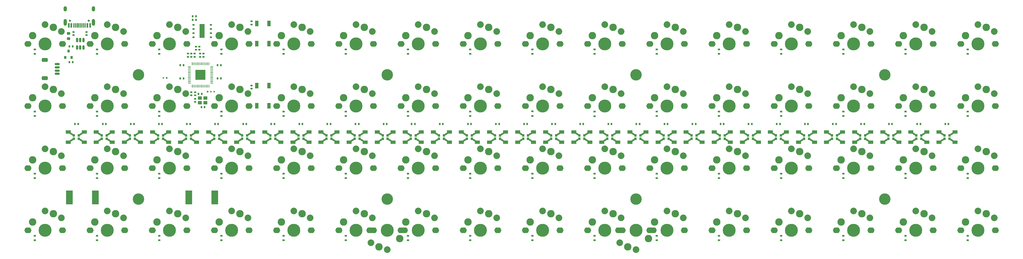
<source format=gbr>
%TF.GenerationSoftware,KiCad,Pcbnew,(6.0.0)*%
%TF.CreationDate,2022-05-21T11:05:54-04:00*%
%TF.ProjectId,HardLight,48617264-4c69-4676-9874-2e6b69636164,Mark 2 Rev F*%
%TF.SameCoordinates,Original*%
%TF.FileFunction,Soldermask,Bot*%
%TF.FilePolarity,Negative*%
%FSLAX46Y46*%
G04 Gerber Fmt 4.6, Leading zero omitted, Abs format (unit mm)*
G04 Created by KiCad (PCBNEW (6.0.0)) date 2022-05-21 11:05:54*
%MOMM*%
%LPD*%
G01*
G04 APERTURE LIST*
G04 Aperture macros list*
%AMRoundRect*
0 Rectangle with rounded corners*
0 $1 Rounding radius*
0 $2 $3 $4 $5 $6 $7 $8 $9 X,Y pos of 4 corners*
0 Add a 4 corners polygon primitive as box body*
4,1,4,$2,$3,$4,$5,$6,$7,$8,$9,$2,$3,0*
0 Add four circle primitives for the rounded corners*
1,1,$1+$1,$2,$3*
1,1,$1+$1,$4,$5*
1,1,$1+$1,$6,$7*
1,1,$1+$1,$8,$9*
0 Add four rect primitives between the rounded corners*
20,1,$1+$1,$2,$3,$4,$5,0*
20,1,$1+$1,$4,$5,$6,$7,0*
20,1,$1+$1,$6,$7,$8,$9,0*
20,1,$1+$1,$8,$9,$2,$3,0*%
%AMFreePoly0*
4,1,11,2.050000,0.700000,1.609078,0.700000,0.750000,0.169394,0.750000,-0.500000,-0.750000,-0.500000,-0.750000,0.500000,0.333781,0.500000,1.350000,1.127665,1.350000,1.400000,2.050000,1.400000,2.050000,0.700000,2.050000,0.700000,$1*%
%AMFreePoly1*
4,1,11,0.750000,-0.169394,1.609078,-0.700000,2.050000,-0.700000,2.050000,-1.400000,1.350000,-1.400000,1.350000,-1.127665,0.333781,-0.500000,-0.750000,-0.500000,-0.750000,0.500000,0.750000,0.500000,0.750000,-0.169394,0.750000,-0.169394,$1*%
%AMFreePoly2*
4,1,11,0.750000,-0.500000,-0.333780,-0.500000,-1.350000,-1.127665,-1.350000,-1.400000,-2.050000,-1.400000,-2.050000,-0.700000,-1.609076,-0.700000,-0.750000,-0.169394,-0.750000,0.500000,0.750000,0.500000,0.750000,-0.500000,0.750000,-0.500000,$1*%
%AMFreePoly3*
4,1,11,-1.350000,1.127665,-0.333780,0.500000,0.750000,0.500000,0.750000,-0.500000,-0.750000,-0.500000,-0.750000,0.169394,-1.609076,0.700000,-2.050000,0.700000,-2.050000,1.400000,-1.350000,1.400000,-1.350000,1.127665,-1.350000,1.127665,$1*%
G04 Aperture macros list end*
%ADD10C,3.987800*%
%ADD11O,2.150000X1.750000*%
%ADD12C,2.032000*%
%ADD13C,2.286000*%
%ADD14C,3.500000*%
%ADD15RoundRect,0.147500X0.172500X-0.147500X0.172500X0.147500X-0.172500X0.147500X-0.172500X-0.147500X0*%
%ADD16RoundRect,0.147500X-0.172500X0.147500X-0.172500X-0.147500X0.172500X-0.147500X0.172500X0.147500X0*%
%ADD17RoundRect,0.147500X-0.147500X-0.172500X0.147500X-0.172500X0.147500X0.172500X-0.147500X0.172500X0*%
%ADD18RoundRect,0.050000X0.387500X0.050000X-0.387500X0.050000X-0.387500X-0.050000X0.387500X-0.050000X0*%
%ADD19RoundRect,0.050000X0.050000X0.387500X-0.050000X0.387500X-0.050000X-0.387500X0.050000X-0.387500X0*%
%ADD20R,3.050000X3.050000*%
%ADD21R,0.700000X0.600000*%
%ADD22RoundRect,0.218750X-0.256250X0.218750X-0.256250X-0.218750X0.256250X-0.218750X0.256250X0.218750X0*%
%ADD23R,0.800000X0.900000*%
%ADD24RoundRect,0.147500X0.147500X0.172500X-0.147500X0.172500X-0.147500X-0.172500X0.147500X-0.172500X0*%
%ADD25C,0.650000*%
%ADD26R,0.600000X1.450000*%
%ADD27R,0.300000X1.450000*%
%ADD28O,1.000000X1.600000*%
%ADD29O,1.000000X2.100000*%
%ADD30FreePoly0,180.000000*%
%ADD31FreePoly1,180.000000*%
%ADD32FreePoly2,180.000000*%
%ADD33FreePoly3,180.000000*%
%ADD34R,2.000000X4.200000*%
%ADD35RoundRect,0.150000X0.625000X-0.150000X0.625000X0.150000X-0.625000X0.150000X-0.625000X-0.150000X0*%
%ADD36RoundRect,0.250000X0.650000X-0.350000X0.650000X0.350000X-0.650000X0.350000X-0.650000X-0.350000X0*%
%ADD37RoundRect,0.125000X0.250000X0.125000X-0.250000X0.125000X-0.250000X-0.125000X0.250000X-0.125000X0*%
%ADD38R,1.587400X4.300000*%
%ADD39R,1.100000X1.800000*%
%ADD40R,1.150000X1.000000*%
%ADD41RoundRect,0.150000X0.150000X-0.512500X0.150000X0.512500X-0.150000X0.512500X-0.150000X-0.512500X0*%
%ADD42RoundRect,0.125000X-0.125000X0.125000X-0.125000X-0.125000X0.125000X-0.125000X0.125000X0.125000X0*%
%ADD43C,0.500000*%
%ADD44RoundRect,0.125000X0.125000X-0.125000X0.125000X0.125000X-0.125000X0.125000X-0.125000X-0.125000X0*%
G04 APERTURE END LIST*
D10*
%TO.C,K2*%
X57943750Y-80962500D03*
D11*
X63226950Y-80962500D03*
X52660550Y-80962500D03*
D12*
X62943750Y-77162500D03*
D13*
X60483750Y-75882500D03*
D12*
X57943750Y-75062500D03*
D13*
X54133750Y-78422500D03*
%TD*%
D11*
%TO.C,K3*%
X71710550Y-80949800D03*
D10*
X76993750Y-80949800D03*
D11*
X82276950Y-80949800D03*
D12*
X81993750Y-77149800D03*
D13*
X79533750Y-75869800D03*
D12*
X76993750Y-75049800D03*
D13*
X73183750Y-78409800D03*
%TD*%
D10*
%TO.C,K6*%
X134143750Y-80962500D03*
D11*
X128860550Y-80962500D03*
X139426950Y-80962500D03*
D13*
X136683750Y-75882500D03*
D12*
X139143750Y-77162500D03*
X134143750Y-75062500D03*
D13*
X130333750Y-78422500D03*
%TD*%
D11*
%TO.C,K7*%
X158476950Y-80962500D03*
X147910550Y-80962500D03*
D10*
X153193750Y-80962500D03*
D12*
X158193750Y-77162500D03*
D13*
X155733750Y-75882500D03*
X149383750Y-78422500D03*
D12*
X153193750Y-75062500D03*
%TD*%
D11*
%TO.C,K8*%
X177526950Y-80962500D03*
D10*
X172243750Y-80962500D03*
D11*
X166960550Y-80962500D03*
D13*
X174783750Y-75882500D03*
D12*
X177243750Y-77162500D03*
D13*
X168433750Y-78422500D03*
D12*
X172243750Y-75062500D03*
%TD*%
D11*
%TO.C,K9*%
X186010550Y-80962500D03*
D10*
X191293750Y-80962500D03*
D11*
X196576950Y-80962500D03*
D12*
X196293750Y-77162500D03*
D13*
X193833750Y-75882500D03*
X187483750Y-78422500D03*
D12*
X191293750Y-75062500D03*
%TD*%
D11*
%TO.C,K10*%
X205060550Y-80962500D03*
X215626950Y-80962500D03*
D10*
X210343750Y-80962500D03*
D13*
X212883750Y-75882500D03*
D12*
X215343750Y-77162500D03*
D13*
X206533750Y-78422500D03*
D12*
X210343750Y-75062500D03*
%TD*%
D11*
%TO.C,K11*%
X234676950Y-80962500D03*
X224110550Y-80962500D03*
D10*
X229393750Y-80962500D03*
D12*
X234393750Y-77162500D03*
D13*
X231933750Y-75882500D03*
X225583750Y-78422500D03*
D12*
X229393750Y-75062500D03*
%TD*%
D10*
%TO.C,K12*%
X248443750Y-80962500D03*
D11*
X243160550Y-80962500D03*
X253726950Y-80962500D03*
D12*
X253443750Y-77162500D03*
D13*
X250983750Y-75882500D03*
X244633750Y-78422500D03*
D12*
X248443750Y-75062500D03*
%TD*%
D11*
%TO.C,K13*%
X272776950Y-80962500D03*
X262210550Y-80962500D03*
D10*
X267493750Y-80962500D03*
D12*
X272493750Y-77162500D03*
D13*
X270033750Y-75882500D03*
D12*
X267493750Y-75062500D03*
D13*
X263683750Y-78422500D03*
%TD*%
D11*
%TO.C,K14*%
X291826950Y-80962500D03*
D10*
X286543750Y-80962500D03*
D11*
X281260550Y-80962500D03*
D13*
X289083750Y-75882500D03*
D12*
X291543750Y-77162500D03*
D13*
X282733750Y-78422500D03*
D12*
X286543750Y-75062500D03*
%TD*%
D11*
%TO.C,K15*%
X300310550Y-80962500D03*
X310876950Y-80962500D03*
D10*
X305593750Y-80962500D03*
D12*
X310593750Y-77162500D03*
D13*
X308133750Y-75882500D03*
X301783750Y-78422500D03*
D12*
X305593750Y-75062500D03*
%TD*%
D11*
%TO.C,K16*%
X319360550Y-80962500D03*
X329926950Y-80962500D03*
D10*
X324643750Y-80962500D03*
D12*
X329643750Y-77162500D03*
D13*
X327183750Y-75882500D03*
D12*
X324643750Y-75062500D03*
D13*
X320833750Y-78422500D03*
%TD*%
D11*
%TO.C,K17*%
X44176950Y-100012500D03*
X33610550Y-100012500D03*
D10*
X38893750Y-100012500D03*
D13*
X41433750Y-94932500D03*
D12*
X43893750Y-96212500D03*
D13*
X35083750Y-97472500D03*
D12*
X38893750Y-94112500D03*
%TD*%
D11*
%TO.C,K18*%
X63226950Y-100012500D03*
D10*
X57943750Y-100012500D03*
D11*
X52660550Y-100012500D03*
D13*
X60483750Y-94932500D03*
D12*
X62943750Y-96212500D03*
D13*
X54133750Y-97472500D03*
D12*
X57943750Y-94112500D03*
%TD*%
D10*
%TO.C,K19*%
X76993750Y-100012500D03*
D11*
X71710550Y-100012500D03*
X82276950Y-100012500D03*
D13*
X79533750Y-94932500D03*
D12*
X81993750Y-96212500D03*
X76993750Y-94112500D03*
D13*
X73183750Y-97472500D03*
%TD*%
D11*
%TO.C,K22*%
X128860550Y-100012500D03*
X139426950Y-100012500D03*
D10*
X134143750Y-100012500D03*
D13*
X136683750Y-94932500D03*
D12*
X139143750Y-96212500D03*
X134143750Y-94112500D03*
D13*
X130333750Y-97472500D03*
%TD*%
D11*
%TO.C,K23*%
X147910550Y-100012500D03*
X158476950Y-100012500D03*
D10*
X153193750Y-100012500D03*
D12*
X158193750Y-96212500D03*
D13*
X155733750Y-94932500D03*
D12*
X153193750Y-94112500D03*
D13*
X149383750Y-97472500D03*
%TD*%
D11*
%TO.C,K24*%
X177526950Y-100012500D03*
X166960550Y-100012500D03*
D10*
X172243750Y-100012500D03*
D13*
X174783750Y-94932500D03*
D12*
X177243750Y-96212500D03*
X172243750Y-94112500D03*
D13*
X168433750Y-97472500D03*
%TD*%
D10*
%TO.C,K25*%
X191293750Y-100012500D03*
D11*
X186010550Y-100012500D03*
X196576950Y-100012500D03*
D12*
X196293750Y-96212500D03*
D13*
X193833750Y-94932500D03*
X187483750Y-97472500D03*
D12*
X191293750Y-94112500D03*
%TD*%
D11*
%TO.C,K26*%
X215626950Y-100012500D03*
D10*
X210343750Y-100012500D03*
D11*
X205060550Y-100012500D03*
D13*
X212883750Y-94932500D03*
D12*
X215343750Y-96212500D03*
X210343750Y-94112500D03*
D13*
X206533750Y-97472500D03*
%TD*%
D10*
%TO.C,K27*%
X229393750Y-100012500D03*
D11*
X234676950Y-100012500D03*
X224110550Y-100012500D03*
D12*
X234393750Y-96212500D03*
D13*
X231933750Y-94932500D03*
D12*
X229393750Y-94112500D03*
D13*
X225583750Y-97472500D03*
%TD*%
D11*
%TO.C,K28*%
X243160550Y-100012500D03*
D10*
X248443750Y-100012500D03*
D11*
X253726950Y-100012500D03*
D13*
X250983750Y-94932500D03*
D12*
X253443750Y-96212500D03*
D13*
X244633750Y-97472500D03*
D12*
X248443750Y-94112500D03*
%TD*%
D11*
%TO.C,K29*%
X262210550Y-100012500D03*
D10*
X267493750Y-100012500D03*
D11*
X272776950Y-100012500D03*
D12*
X272493750Y-96212500D03*
D13*
X270033750Y-94932500D03*
X263683750Y-97472500D03*
D12*
X267493750Y-94112500D03*
%TD*%
D11*
%TO.C,K30*%
X281260550Y-100012500D03*
D10*
X286543750Y-100012500D03*
D11*
X291826950Y-100012500D03*
D13*
X289083750Y-94932500D03*
D12*
X291543750Y-96212500D03*
D13*
X282733750Y-97472500D03*
D12*
X286543750Y-94112500D03*
%TD*%
D11*
%TO.C,K31*%
X310876950Y-100012500D03*
D10*
X305593750Y-100012500D03*
D11*
X300310550Y-100012500D03*
D12*
X310593750Y-96212500D03*
D13*
X308133750Y-94932500D03*
D12*
X305593750Y-94112500D03*
D13*
X301783750Y-97472500D03*
%TD*%
D11*
%TO.C,K32*%
X329926950Y-100012500D03*
X319360550Y-100012500D03*
D10*
X324643750Y-100012500D03*
D12*
X329643750Y-96212500D03*
D13*
X327183750Y-94932500D03*
D12*
X324643750Y-94112500D03*
D13*
X320833750Y-97472500D03*
%TD*%
D11*
%TO.C,K33*%
X33610550Y-119062500D03*
D10*
X38893750Y-119062500D03*
D11*
X44176950Y-119062500D03*
D12*
X43893750Y-115262500D03*
D13*
X41433750Y-113982500D03*
X35083750Y-116522500D03*
D12*
X38893750Y-113162500D03*
%TD*%
D11*
%TO.C,K34*%
X63226950Y-119062500D03*
D10*
X57943750Y-119062500D03*
D11*
X52660550Y-119062500D03*
D13*
X60483750Y-113982500D03*
D12*
X62943750Y-115262500D03*
X57943750Y-113162500D03*
D13*
X54133750Y-116522500D03*
%TD*%
D11*
%TO.C,K35*%
X71710550Y-119062500D03*
D10*
X76993750Y-119062500D03*
D11*
X82276950Y-119062500D03*
D12*
X81993750Y-115262500D03*
D13*
X79533750Y-113982500D03*
D12*
X76993750Y-113162500D03*
D13*
X73183750Y-116522500D03*
%TD*%
D11*
%TO.C,K36*%
X101326950Y-119062500D03*
X90760550Y-119062500D03*
D10*
X96043750Y-119062500D03*
D13*
X98583750Y-113982500D03*
D12*
X101043750Y-115262500D03*
X96043750Y-113162500D03*
D13*
X92233750Y-116522500D03*
%TD*%
D10*
%TO.C,K37*%
X115093750Y-119062500D03*
D11*
X120376950Y-119062500D03*
X109810550Y-119062500D03*
D13*
X117633750Y-113982500D03*
D12*
X120093750Y-115262500D03*
X115093750Y-113162500D03*
D13*
X111283750Y-116522500D03*
%TD*%
D10*
%TO.C,K38*%
X134143750Y-119062500D03*
D11*
X128860550Y-119062500D03*
X139426950Y-119062500D03*
D13*
X136683750Y-113982500D03*
D12*
X139143750Y-115262500D03*
D13*
X130333750Y-116522500D03*
D12*
X134143750Y-113162500D03*
%TD*%
D11*
%TO.C,K39*%
X147910550Y-119062500D03*
D10*
X153193750Y-119062500D03*
D11*
X158476950Y-119062500D03*
D13*
X155733750Y-113982500D03*
D12*
X158193750Y-115262500D03*
X153193750Y-113162500D03*
D13*
X149383750Y-116522500D03*
%TD*%
D11*
%TO.C,K40*%
X177526950Y-119062500D03*
D10*
X172243750Y-119062500D03*
D11*
X166960550Y-119062500D03*
D12*
X177243750Y-115262500D03*
D13*
X174783750Y-113982500D03*
X168433750Y-116522500D03*
D12*
X172243750Y-113162500D03*
%TD*%
D10*
%TO.C,K41*%
X191293750Y-119062500D03*
D11*
X196576950Y-119062500D03*
X186010550Y-119062500D03*
D12*
X196293750Y-115262500D03*
D13*
X193833750Y-113982500D03*
X187483750Y-116522500D03*
D12*
X191293750Y-113162500D03*
%TD*%
D11*
%TO.C,K42*%
X215626950Y-119062500D03*
D10*
X210343750Y-119062500D03*
D11*
X205060550Y-119062500D03*
D12*
X215343750Y-115262500D03*
D13*
X212883750Y-113982500D03*
D12*
X210343750Y-113162500D03*
D13*
X206533750Y-116522500D03*
%TD*%
D11*
%TO.C,K43*%
X234676950Y-119062500D03*
D10*
X229393750Y-119062500D03*
D11*
X224110550Y-119062500D03*
D12*
X234393750Y-115262500D03*
D13*
X231933750Y-113982500D03*
D12*
X229393750Y-113162500D03*
D13*
X225583750Y-116522500D03*
%TD*%
D11*
%TO.C,K44*%
X243160550Y-119062500D03*
X253726950Y-119062500D03*
D10*
X248443750Y-119062500D03*
D13*
X250983750Y-113982500D03*
D12*
X253443750Y-115262500D03*
D13*
X244633750Y-116522500D03*
D12*
X248443750Y-113162500D03*
%TD*%
D11*
%TO.C,K45*%
X272776950Y-119062500D03*
D10*
X267493750Y-119062500D03*
D11*
X262210550Y-119062500D03*
D13*
X270033750Y-113982500D03*
D12*
X272493750Y-115262500D03*
D13*
X263683750Y-116522500D03*
D12*
X267493750Y-113162500D03*
%TD*%
D11*
%TO.C,K46*%
X281260550Y-119062500D03*
D10*
X286543750Y-119062500D03*
D11*
X291826950Y-119062500D03*
D12*
X291543750Y-115262500D03*
D13*
X289083750Y-113982500D03*
D12*
X286543750Y-113162500D03*
D13*
X282733750Y-116522500D03*
%TD*%
D11*
%TO.C,K47*%
X300310550Y-119062500D03*
X310876950Y-119062500D03*
D10*
X305593750Y-119062500D03*
D12*
X310593750Y-115262500D03*
D13*
X308133750Y-113982500D03*
X301783750Y-116522500D03*
D12*
X305593750Y-113162500D03*
%TD*%
D11*
%TO.C,K48*%
X329926950Y-119062500D03*
X319360550Y-119062500D03*
D10*
X324643750Y-119062500D03*
D12*
X329643750Y-115262500D03*
D13*
X327183750Y-113982500D03*
D12*
X324643750Y-113162500D03*
D13*
X320833750Y-116522500D03*
%TD*%
D11*
%TO.C,K49*%
X33610550Y-138112500D03*
X44176950Y-138112500D03*
D10*
X38893750Y-138112500D03*
D13*
X41433750Y-133032500D03*
D12*
X43893750Y-134312500D03*
D13*
X35083750Y-135572500D03*
D12*
X38893750Y-132212500D03*
%TD*%
D10*
%TO.C,K50*%
X57943750Y-138112500D03*
D11*
X63226950Y-138112500D03*
X52660550Y-138112500D03*
D13*
X60483750Y-133032500D03*
D12*
X62943750Y-134312500D03*
X57943750Y-132212500D03*
D13*
X54133750Y-135572500D03*
%TD*%
D11*
%TO.C,K51*%
X71710550Y-138112500D03*
X82276950Y-138112500D03*
D10*
X76993750Y-138112500D03*
D13*
X79533750Y-133032500D03*
D12*
X81993750Y-134312500D03*
D13*
X73183750Y-135572500D03*
D12*
X76993750Y-132212500D03*
%TD*%
D11*
%TO.C,K52*%
X90760550Y-138112500D03*
D10*
X96043750Y-138112500D03*
D11*
X101326950Y-138112500D03*
D12*
X101043750Y-134312500D03*
D13*
X98583750Y-133032500D03*
D12*
X96043750Y-132212500D03*
D13*
X92233750Y-135572500D03*
%TD*%
D11*
%TO.C,K53*%
X109810550Y-138112500D03*
D10*
X115093750Y-138112500D03*
D11*
X120376950Y-138112500D03*
D12*
X120093750Y-134312500D03*
D13*
X117633750Y-133032500D03*
D12*
X115093750Y-132212500D03*
D13*
X111283750Y-135572500D03*
%TD*%
D11*
%TO.C,K54*%
X128860550Y-138112500D03*
D10*
X134143750Y-138112500D03*
D11*
X139426950Y-138112500D03*
D12*
X139143750Y-134312500D03*
D13*
X136683750Y-133032500D03*
D12*
X134143750Y-132212500D03*
D13*
X130333750Y-135572500D03*
%TD*%
D10*
%TO.C,K55*%
X153193750Y-138112500D03*
D11*
X147910550Y-138112500D03*
X158476950Y-138112500D03*
D12*
X158193750Y-134312500D03*
D13*
X155733750Y-133032500D03*
X149383750Y-135572500D03*
D12*
X153193750Y-132212500D03*
%TD*%
D10*
%TO.C,K56*%
X172243750Y-138112500D03*
D11*
X177526950Y-138112500D03*
X166960550Y-138112500D03*
D12*
X177243750Y-134312500D03*
D13*
X174783750Y-133032500D03*
D12*
X172243750Y-132212500D03*
D13*
X168433750Y-135572500D03*
%TD*%
D11*
%TO.C,K57*%
X196576950Y-138112500D03*
D10*
X191293750Y-138112500D03*
D11*
X186010550Y-138112500D03*
D12*
X196293750Y-134312500D03*
D13*
X193833750Y-133032500D03*
X187483750Y-135572500D03*
D12*
X191293750Y-132212500D03*
%TD*%
D10*
%TO.C,K58*%
X210343750Y-138112500D03*
D11*
X205060550Y-138112500D03*
X215626950Y-138112500D03*
D12*
X215343750Y-134312500D03*
D13*
X212883750Y-133032500D03*
D12*
X210343750Y-132212500D03*
D13*
X206533750Y-135572500D03*
%TD*%
D10*
%TO.C,K59*%
X229393750Y-138112500D03*
D11*
X224110550Y-138112500D03*
X234676950Y-138112500D03*
D12*
X234393750Y-134312500D03*
D13*
X231933750Y-133032500D03*
X225583750Y-135572500D03*
D12*
X229393750Y-132212500D03*
%TD*%
D11*
%TO.C,K60*%
X243160550Y-138112500D03*
X253726950Y-138112500D03*
D10*
X248443750Y-138112500D03*
D12*
X253443750Y-134312500D03*
D13*
X250983750Y-133032500D03*
X244633750Y-135572500D03*
D12*
X248443750Y-132212500D03*
%TD*%
D10*
%TO.C,K61*%
X267493750Y-138112500D03*
D11*
X272776950Y-138112500D03*
X262210550Y-138112500D03*
D13*
X270033750Y-133032500D03*
D12*
X272493750Y-134312500D03*
X267493750Y-132212500D03*
D13*
X263683750Y-135572500D03*
%TD*%
D11*
%TO.C,K62*%
X291826950Y-138112500D03*
X281260550Y-138112500D03*
D10*
X286543750Y-138112500D03*
D12*
X291543750Y-134312500D03*
D13*
X289083750Y-133032500D03*
D12*
X286543750Y-132212500D03*
D13*
X282733750Y-135572500D03*
%TD*%
D11*
%TO.C,K63*%
X300310550Y-138112500D03*
D10*
X305593750Y-138112500D03*
D11*
X310876950Y-138112500D03*
D12*
X310593750Y-134312500D03*
D13*
X308133750Y-133032500D03*
D12*
X305593750Y-132212500D03*
D13*
X301783750Y-135572500D03*
%TD*%
D11*
%TO.C,K64*%
X329926950Y-138112500D03*
X319360550Y-138112500D03*
D10*
X324643750Y-138112500D03*
D13*
X327183750Y-133032500D03*
D12*
X329643750Y-134312500D03*
D13*
X320833750Y-135572500D03*
D12*
X324643750Y-132212500D03*
%TD*%
D11*
%TO.C,K1*%
X44176950Y-80962500D03*
X33610550Y-80962500D03*
D10*
X38893750Y-80962500D03*
D12*
X43893750Y-77162500D03*
D13*
X41433750Y-75882500D03*
X35083750Y-78422500D03*
D12*
X38893750Y-75062500D03*
%TD*%
D14*
%TO.C,H1*%
X67468750Y-90481800D03*
%TD*%
%TO.C,H2*%
X143668750Y-90487500D03*
%TD*%
%TO.C,H3*%
X219868750Y-90481800D03*
%TD*%
%TO.C,H4*%
X296063950Y-90481800D03*
%TD*%
%TO.C,H5*%
X67468750Y-128579400D03*
%TD*%
%TO.C,H6*%
X143668750Y-128585100D03*
%TD*%
D11*
%TO.C,K4*%
X101326950Y-80962500D03*
X90760550Y-80962500D03*
D10*
X96043750Y-80962500D03*
D12*
X101043750Y-77162500D03*
D13*
X98583750Y-75882500D03*
D12*
X96043750Y-75062500D03*
D13*
X92233750Y-78422500D03*
%TD*%
D10*
%TO.C,K5*%
X115093750Y-80962500D03*
D11*
X120376950Y-80962500D03*
X109810550Y-80962500D03*
D12*
X120093750Y-77162500D03*
D13*
X117633750Y-75882500D03*
D12*
X115093750Y-75062500D03*
D13*
X111283750Y-78422500D03*
%TD*%
D10*
%TO.C,K21*%
X115093750Y-100012500D03*
D11*
X109810550Y-100012500D03*
X120376950Y-100012500D03*
D13*
X117633750Y-94932500D03*
D12*
X120093750Y-96212500D03*
D13*
X111283750Y-97472500D03*
D12*
X115093750Y-94112500D03*
%TD*%
D11*
%TO.C,K20*%
X90760550Y-100012500D03*
X101326950Y-100012500D03*
D10*
X96043750Y-100012500D03*
D12*
X101043750Y-96212500D03*
D13*
X98583750Y-94932500D03*
X92233750Y-97472500D03*
D12*
X96043750Y-94112500D03*
%TD*%
D11*
%TO.C,K54.1*%
X138385550Y-138112500D03*
X148951950Y-138112500D03*
D10*
X143668750Y-138112500D03*
D13*
X141128750Y-143192500D03*
D12*
X138668750Y-141912500D03*
X143668750Y-144012500D03*
D13*
X147478750Y-140652500D03*
%TD*%
D14*
%TO.C,H7*%
X219868750Y-128579400D03*
%TD*%
%TO.C,H8*%
X296063950Y-128579400D03*
%TD*%
D10*
%TO.C,K58.1*%
X219868750Y-138112500D03*
D11*
X225151950Y-138112500D03*
X214585550Y-138112500D03*
D13*
X217328750Y-143192500D03*
D12*
X214868750Y-141912500D03*
X219868750Y-144012500D03*
D13*
X223678750Y-140652500D03*
%TD*%
D15*
%TO.C,C1*%
X83693000Y-84940000D03*
X83693000Y-83970000D03*
%TD*%
D16*
%TO.C,C2*%
X84836000Y-95781000D03*
X84836000Y-96751000D03*
%TD*%
D17*
%TO.C,C3*%
X91717000Y-91567000D03*
X92687000Y-91567000D03*
%TD*%
%TO.C,C6*%
X91717000Y-87503000D03*
X92687000Y-87503000D03*
%TD*%
D15*
%TO.C,C8*%
X86360000Y-84940000D03*
X86360000Y-83970000D03*
%TD*%
D18*
%TO.C,U0*%
X89924500Y-87887500D03*
X89924500Y-88287500D03*
X89924500Y-88687500D03*
X89924500Y-89087500D03*
X89924500Y-89487500D03*
X89924500Y-89887500D03*
X89924500Y-90287500D03*
X89924500Y-90687500D03*
X89924500Y-91087500D03*
X89924500Y-91487500D03*
X89924500Y-91887500D03*
X89924500Y-92287500D03*
X89924500Y-92687500D03*
X89924500Y-93087500D03*
D19*
X89087000Y-93925000D03*
X88687000Y-93925000D03*
X88287000Y-93925000D03*
X87887000Y-93925000D03*
X87487000Y-93925000D03*
X87087000Y-93925000D03*
X86687000Y-93925000D03*
X86287000Y-93925000D03*
X85887000Y-93925000D03*
X85487000Y-93925000D03*
X85087000Y-93925000D03*
X84687000Y-93925000D03*
X84287000Y-93925000D03*
X83887000Y-93925000D03*
D18*
X83049500Y-93087500D03*
X83049500Y-92687500D03*
X83049500Y-92287500D03*
X83049500Y-91887500D03*
X83049500Y-91487500D03*
X83049500Y-91087500D03*
X83049500Y-90687500D03*
X83049500Y-90287500D03*
X83049500Y-89887500D03*
X83049500Y-89487500D03*
X83049500Y-89087500D03*
X83049500Y-88687500D03*
X83049500Y-88287500D03*
X83049500Y-87887500D03*
D19*
X83887000Y-87050000D03*
X84287000Y-87050000D03*
X84687000Y-87050000D03*
X85087000Y-87050000D03*
X85487000Y-87050000D03*
X85887000Y-87050000D03*
X86287000Y-87050000D03*
X86687000Y-87050000D03*
X87087000Y-87050000D03*
X87487000Y-87050000D03*
X87887000Y-87050000D03*
X88287000Y-87050000D03*
X88687000Y-87050000D03*
X89087000Y-87050000D03*
D20*
X86487000Y-90487500D03*
%TD*%
D15*
%TO.C,C7*%
X82677000Y-84940000D03*
X82677000Y-83970000D03*
%TD*%
D21*
%TO.C,D1*%
X35718750Y-84043750D03*
X35718750Y-82643750D03*
%TD*%
%TO.C,D2*%
X54768750Y-84043750D03*
X54768750Y-82643750D03*
%TD*%
%TO.C,D3*%
X73818750Y-84043750D03*
X73818750Y-82643750D03*
%TD*%
%TO.C,D4*%
X92868750Y-84043750D03*
X92868750Y-82643750D03*
%TD*%
%TO.C,D5*%
X111918750Y-84043750D03*
X111918750Y-82643750D03*
%TD*%
%TO.C,D6*%
X130968750Y-84043750D03*
X130968750Y-82643750D03*
%TD*%
%TO.C,D7*%
X150018750Y-84043750D03*
X150018750Y-82643750D03*
%TD*%
%TO.C,D8*%
X169068750Y-84043750D03*
X169068750Y-82643750D03*
%TD*%
%TO.C,D9*%
X188118750Y-84043750D03*
X188118750Y-82643750D03*
%TD*%
%TO.C,D10*%
X207168750Y-84043750D03*
X207168750Y-82643750D03*
%TD*%
%TO.C,D11*%
X226218750Y-84043750D03*
X226218750Y-82643750D03*
%TD*%
%TO.C,D12*%
X245268750Y-84043750D03*
X245268750Y-82643750D03*
%TD*%
%TO.C,D13*%
X264318750Y-84043750D03*
X264318750Y-82643750D03*
%TD*%
%TO.C,D14*%
X283368750Y-84043750D03*
X283368750Y-82643750D03*
%TD*%
%TO.C,D15*%
X302418750Y-84043750D03*
X302418750Y-82643750D03*
%TD*%
%TO.C,D16*%
X321468750Y-84043750D03*
X321468750Y-82643750D03*
%TD*%
%TO.C,D17*%
X35718750Y-103093750D03*
X35718750Y-101693750D03*
%TD*%
%TO.C,D18*%
X54768750Y-103093750D03*
X54768750Y-101693750D03*
%TD*%
%TO.C,D19*%
X73818750Y-103093750D03*
X73818750Y-101693750D03*
%TD*%
%TO.C,D20*%
X92868750Y-103093750D03*
X92868750Y-101693750D03*
%TD*%
%TO.C,D21*%
X111918750Y-103093750D03*
X111918750Y-101693750D03*
%TD*%
%TO.C,D22*%
X130968750Y-103093750D03*
X130968750Y-101693750D03*
%TD*%
%TO.C,D23*%
X150018750Y-103093750D03*
X150018750Y-101693750D03*
%TD*%
%TO.C,D24*%
X169068750Y-103093750D03*
X169068750Y-101693750D03*
%TD*%
%TO.C,D25*%
X188118750Y-103031250D03*
X188118750Y-101631250D03*
%TD*%
%TO.C,D26*%
X207168750Y-103106250D03*
X207168750Y-101706250D03*
%TD*%
%TO.C,D27*%
X226218750Y-103093750D03*
X226218750Y-101693750D03*
%TD*%
%TO.C,D28*%
X245268750Y-103093750D03*
X245268750Y-101693750D03*
%TD*%
%TO.C,D29*%
X264318750Y-103093750D03*
X264318750Y-101693750D03*
%TD*%
%TO.C,D30*%
X283368750Y-103093750D03*
X283368750Y-101693750D03*
%TD*%
%TO.C,D31*%
X302418750Y-103093750D03*
X302418750Y-101693750D03*
%TD*%
%TO.C,D32*%
X321468750Y-103093750D03*
X321468750Y-101693750D03*
%TD*%
%TO.C,D33*%
X35718750Y-122143750D03*
X35718750Y-120743750D03*
%TD*%
%TO.C,D34*%
X54768750Y-122143750D03*
X54768750Y-120743750D03*
%TD*%
%TO.C,D35*%
X73818750Y-122143750D03*
X73818750Y-120743750D03*
%TD*%
%TO.C,D36*%
X92868750Y-122143750D03*
X92868750Y-120743750D03*
%TD*%
%TO.C,D37*%
X111918750Y-122143750D03*
X111918750Y-120743750D03*
%TD*%
%TO.C,D38*%
X130968750Y-122143750D03*
X130968750Y-120743750D03*
%TD*%
%TO.C,D39*%
X150018750Y-122143750D03*
X150018750Y-120743750D03*
%TD*%
%TO.C,D40*%
X169068750Y-122143750D03*
X169068750Y-120743750D03*
%TD*%
%TO.C,D41*%
X188118750Y-122143750D03*
X188118750Y-120743750D03*
%TD*%
%TO.C,D42*%
X207168750Y-122143750D03*
X207168750Y-120743750D03*
%TD*%
%TO.C,D43*%
X226218750Y-122143750D03*
X226218750Y-120743750D03*
%TD*%
%TO.C,D44*%
X245268750Y-122143750D03*
X245268750Y-120743750D03*
%TD*%
%TO.C,D45*%
X264318750Y-122143750D03*
X264318750Y-120743750D03*
%TD*%
%TO.C,D46*%
X283368750Y-122143750D03*
X283368750Y-120743750D03*
%TD*%
%TO.C,D47*%
X302418750Y-122143750D03*
X302418750Y-120743750D03*
%TD*%
%TO.C,D48*%
X321468750Y-122143750D03*
X321468750Y-120743750D03*
%TD*%
%TO.C,D49*%
X35718750Y-141193750D03*
X35718750Y-139793750D03*
%TD*%
%TO.C,D50*%
X54768750Y-141193750D03*
X54768750Y-139793750D03*
%TD*%
%TO.C,D51*%
X73818750Y-141193750D03*
X73818750Y-139793750D03*
%TD*%
%TO.C,D52*%
X92868750Y-141193750D03*
X92868750Y-139793750D03*
%TD*%
%TO.C,D53*%
X111918750Y-141193750D03*
X111918750Y-139793750D03*
%TD*%
%TO.C,D54*%
X130968750Y-141193750D03*
X130968750Y-139793750D03*
%TD*%
%TO.C,D55*%
X150018750Y-141193750D03*
X150018750Y-139793750D03*
%TD*%
%TO.C,D56*%
X169068750Y-141193750D03*
X169068750Y-139793750D03*
%TD*%
%TO.C,D57*%
X188118750Y-141193750D03*
X188118750Y-139793750D03*
%TD*%
%TO.C,D58*%
X207168750Y-141193750D03*
X207168750Y-139793750D03*
%TD*%
%TO.C,D59*%
X226218750Y-141193750D03*
X226218750Y-139793750D03*
%TD*%
%TO.C,D60*%
X245268750Y-141193750D03*
X245268750Y-139793750D03*
%TD*%
%TO.C,D61*%
X264318750Y-141193750D03*
X264318750Y-139793750D03*
%TD*%
%TO.C,D62*%
X283368750Y-141193750D03*
X283368750Y-139793750D03*
%TD*%
%TO.C,D63*%
X302418750Y-141193750D03*
X302418750Y-139793750D03*
%TD*%
%TO.C,D64*%
X321468750Y-141193750D03*
X321468750Y-139793750D03*
%TD*%
D15*
%TO.C,RC2*%
X51593750Y-78272500D03*
X51593750Y-77302500D03*
%TD*%
D16*
%TO.C,RC1*%
X47625000Y-77302500D03*
X47625000Y-78272500D03*
%TD*%
%TO.C,RD1*%
X86106000Y-81811000D03*
X86106000Y-82781000D03*
%TD*%
D22*
%TO.C,F0*%
X46069250Y-77762000D03*
X46069250Y-79337000D03*
%TD*%
D23*
%TO.C,U1*%
X46984600Y-85132200D03*
X45084600Y-85132200D03*
X46034600Y-83132200D03*
%TD*%
D24*
%TO.C,LC1*%
X48992475Y-105480000D03*
X48022475Y-105480000D03*
%TD*%
%TO.C,C4*%
X81257000Y-91567000D03*
X80287000Y-91567000D03*
%TD*%
D25*
%TO.C,J0*%
X52293000Y-73847000D03*
X46513000Y-73847000D03*
D26*
X46153000Y-75292000D03*
X46953000Y-75292000D03*
D27*
X48153000Y-75292000D03*
X49153000Y-75292000D03*
X49653000Y-75292000D03*
X50653000Y-75292000D03*
D26*
X51853000Y-75292000D03*
X52653000Y-75292000D03*
X52653000Y-75292000D03*
X51853000Y-75292000D03*
D27*
X51153000Y-75292000D03*
X50153000Y-75292000D03*
X48653000Y-75292000D03*
X47653000Y-75292000D03*
D26*
X46953000Y-75292000D03*
X46153000Y-75292000D03*
D28*
X45083000Y-70197000D03*
D29*
X45083000Y-74377000D03*
D28*
X53723000Y-70197000D03*
D29*
X53723000Y-74377000D03*
%TD*%
D24*
%TO.C,LC3*%
X66104700Y-105480000D03*
X65134700Y-105480000D03*
%TD*%
%TO.C,LC10*%
X126327275Y-105480000D03*
X125357275Y-105480000D03*
%TD*%
%TO.C,LC12*%
X143533725Y-105480000D03*
X142563725Y-105480000D03*
%TD*%
%TO.C,LC6*%
X91914375Y-105480000D03*
X90944375Y-105480000D03*
%TD*%
%TO.C,LC8*%
X109120825Y-105480000D03*
X108150825Y-105480000D03*
%TD*%
%TO.C,LC9*%
X117724050Y-105480000D03*
X116754050Y-105480000D03*
%TD*%
%TO.C,LC7*%
X100517600Y-105480000D03*
X99547600Y-105480000D03*
%TD*%
%TO.C,LC5*%
X83311150Y-105480000D03*
X82341150Y-105480000D03*
%TD*%
%TO.C,LC11*%
X134930500Y-105480000D03*
X133960500Y-105480000D03*
%TD*%
%TO.C,LC13*%
X152136950Y-105480000D03*
X151166950Y-105480000D03*
%TD*%
%TO.C,LC4*%
X74707925Y-105480000D03*
X73737925Y-105480000D03*
%TD*%
%TO.C,LC14*%
X160740175Y-105480000D03*
X159770175Y-105480000D03*
%TD*%
%TO.C,LC15*%
X169343400Y-105480000D03*
X168373400Y-105480000D03*
%TD*%
%TO.C,LC16*%
X177946625Y-105480000D03*
X176976625Y-105480000D03*
%TD*%
%TO.C,LC17*%
X186549850Y-105480000D03*
X185579850Y-105480000D03*
%TD*%
%TO.C,LC18*%
X195153075Y-105480000D03*
X194183075Y-105480000D03*
%TD*%
%TO.C,LC19*%
X203756300Y-105480000D03*
X202786300Y-105480000D03*
%TD*%
%TO.C,LC20*%
X212359525Y-105480000D03*
X211389525Y-105480000D03*
%TD*%
%TO.C,LC21*%
X220950475Y-105480000D03*
X219980475Y-105480000D03*
%TD*%
%TO.C,LC22*%
X229565975Y-105480000D03*
X228595975Y-105480000D03*
%TD*%
%TO.C,LC23*%
X238169200Y-105480000D03*
X237199200Y-105480000D03*
%TD*%
%TO.C,LC24*%
X246772425Y-105480000D03*
X245802425Y-105480000D03*
%TD*%
%TO.C,LC25*%
X255341275Y-105480000D03*
X254371275Y-105480000D03*
%TD*%
%TO.C,LC26*%
X263978875Y-105480000D03*
X263008875Y-105480000D03*
%TD*%
%TO.C,LC27*%
X272582100Y-105480000D03*
X271612100Y-105480000D03*
%TD*%
%TO.C,LC28*%
X281185325Y-105480000D03*
X280215325Y-105480000D03*
%TD*%
%TO.C,LC29*%
X289788550Y-105480000D03*
X288818550Y-105480000D03*
%TD*%
%TO.C,LC30*%
X298319900Y-105480000D03*
X297349900Y-105480000D03*
%TD*%
%TO.C,LC31*%
X306995000Y-105480000D03*
X306025000Y-105480000D03*
%TD*%
%TO.C,LC32*%
X315598225Y-105480000D03*
X314628225Y-105480000D03*
%TD*%
D30*
%TO.C,LD16*%
X179917125Y-107937500D03*
D31*
X179917125Y-111137500D03*
D32*
X175017125Y-111137500D03*
D33*
X175017125Y-107937500D03*
%TD*%
D30*
%TO.C,LD17*%
X188520350Y-107937500D03*
D31*
X188520350Y-111137500D03*
D32*
X183620350Y-111137500D03*
D33*
X183620350Y-107937500D03*
%TD*%
D30*
%TO.C,LD18*%
X197123575Y-107937500D03*
D31*
X197123575Y-111137500D03*
D32*
X192223575Y-111137500D03*
D33*
X192223575Y-107937500D03*
%TD*%
D30*
%TO.C,LD19*%
X205726800Y-107937500D03*
D31*
X205726800Y-111137500D03*
D32*
X200826800Y-111137500D03*
D33*
X200826800Y-107937500D03*
%TD*%
D30*
%TO.C,LD20*%
X214330025Y-107937500D03*
D31*
X214330025Y-111137500D03*
D32*
X209430025Y-111137500D03*
D33*
X209430025Y-107937500D03*
%TD*%
D30*
%TO.C,LD21*%
X222933250Y-107937500D03*
D31*
X222933250Y-111137500D03*
D32*
X218033250Y-111137500D03*
D33*
X218033250Y-107937500D03*
%TD*%
D30*
%TO.C,LD22*%
X231536475Y-107937500D03*
D31*
X231536475Y-111137500D03*
D32*
X226636475Y-111137500D03*
D33*
X226636475Y-107937500D03*
%TD*%
D30*
%TO.C,LD23*%
X240139700Y-107937500D03*
D31*
X240139700Y-111137500D03*
D32*
X235239700Y-111137500D03*
D33*
X235239700Y-107937500D03*
%TD*%
D30*
%TO.C,LD24*%
X248742925Y-107937500D03*
D31*
X248742925Y-111137500D03*
D32*
X243842925Y-111137500D03*
D33*
X243842925Y-107937500D03*
%TD*%
D30*
%TO.C,LD25*%
X257380525Y-107937500D03*
D31*
X257380525Y-111137500D03*
D32*
X252480525Y-111137500D03*
D33*
X252480525Y-107937500D03*
%TD*%
D30*
%TO.C,LD26*%
X265949375Y-107937500D03*
D31*
X265949375Y-111137500D03*
D32*
X261049375Y-111137500D03*
D33*
X261049375Y-107937500D03*
%TD*%
D30*
%TO.C,LD27*%
X274552600Y-107937500D03*
D31*
X274552600Y-111137500D03*
D32*
X269652600Y-111137500D03*
D33*
X269652600Y-107937500D03*
%TD*%
D30*
%TO.C,LD28*%
X283155825Y-107937500D03*
D31*
X283155825Y-111137500D03*
D32*
X278255825Y-111137500D03*
D33*
X278255825Y-107937500D03*
%TD*%
D30*
%TO.C,LD29*%
X291759050Y-107937500D03*
D31*
X291759050Y-111137500D03*
D32*
X286859050Y-111137500D03*
D33*
X286859050Y-107937500D03*
%TD*%
D30*
%TO.C,LD30*%
X300434150Y-107937500D03*
D31*
X300434150Y-111137500D03*
D32*
X295534150Y-111137500D03*
D33*
X295534150Y-107937500D03*
%TD*%
D30*
%TO.C,LD32*%
X317568725Y-107937500D03*
D31*
X317568725Y-111137500D03*
D32*
X312668725Y-111137500D03*
D33*
X312668725Y-107937500D03*
%TD*%
D30*
%TO.C,LD31*%
X308965500Y-107937500D03*
D31*
X308965500Y-111137500D03*
D32*
X304065500Y-111137500D03*
D33*
X304065500Y-107937500D03*
%TD*%
D30*
%TO.C,LD15*%
X171313900Y-107937500D03*
D31*
X171313900Y-111137500D03*
D32*
X166413900Y-111137500D03*
D33*
X166413900Y-107937500D03*
%TD*%
D30*
%TO.C,LD14*%
X162710675Y-107937500D03*
D31*
X162710675Y-111137500D03*
D32*
X157810675Y-111137500D03*
D33*
X157810675Y-107937500D03*
%TD*%
D30*
%TO.C,LD12*%
X145504225Y-107937500D03*
D31*
X145504225Y-111137500D03*
D32*
X140604225Y-111137500D03*
D33*
X140604225Y-107937500D03*
%TD*%
D30*
%TO.C,LD10*%
X128297775Y-107937500D03*
D31*
X128297775Y-111137500D03*
D32*
X123397775Y-111137500D03*
D33*
X123397775Y-107937500D03*
%TD*%
D30*
%TO.C,LD13*%
X154107450Y-107937500D03*
D31*
X154107450Y-111137500D03*
D32*
X149207450Y-111137500D03*
D33*
X149207450Y-107937500D03*
%TD*%
D30*
%TO.C,LD5*%
X85281650Y-107937500D03*
D31*
X85281650Y-111137500D03*
D32*
X80381650Y-111137500D03*
D33*
X80381650Y-107937500D03*
%TD*%
D30*
%TO.C,LD11*%
X136901000Y-107937500D03*
D31*
X136901000Y-111137500D03*
D32*
X132001000Y-111137500D03*
D33*
X132001000Y-107937500D03*
%TD*%
D30*
%TO.C,LD6*%
X93884875Y-107937500D03*
D31*
X93884875Y-111137500D03*
D32*
X88984875Y-111137500D03*
D33*
X88984875Y-107937500D03*
%TD*%
D30*
%TO.C,LD7*%
X102488100Y-107937500D03*
D31*
X102488100Y-111137500D03*
D32*
X97588100Y-111137500D03*
D33*
X97588100Y-107937500D03*
%TD*%
D30*
%TO.C,LD8*%
X111091325Y-107937500D03*
D31*
X111091325Y-111137500D03*
D32*
X106191325Y-111137500D03*
D33*
X106191325Y-107937500D03*
%TD*%
D30*
%TO.C,LD9*%
X119694550Y-107937500D03*
D31*
X119694550Y-111137500D03*
D32*
X114794550Y-111137500D03*
D33*
X114794550Y-107937500D03*
%TD*%
D30*
%TO.C,LD2*%
X59471975Y-107937500D03*
D31*
X59471975Y-111137500D03*
D32*
X54571975Y-111137500D03*
D33*
X54571975Y-107937500D03*
%TD*%
D30*
%TO.C,LD1*%
X50868750Y-107937500D03*
D31*
X50868750Y-111137500D03*
D32*
X45968750Y-111137500D03*
D33*
X45968750Y-107937500D03*
%TD*%
D30*
%TO.C,LD3*%
X68075200Y-107937500D03*
D31*
X68075200Y-111137500D03*
D32*
X63175200Y-111137500D03*
D33*
X63175200Y-107937500D03*
%TD*%
D30*
%TO.C,LD4*%
X76678425Y-107937500D03*
D31*
X76678425Y-111137500D03*
D32*
X71778425Y-111137500D03*
D33*
X71778425Y-107937500D03*
%TD*%
D24*
%TO.C,LC2*%
X57501475Y-105480000D03*
X56531475Y-105480000D03*
%TD*%
%TO.C,C5*%
X81257000Y-87503000D03*
X80287000Y-87503000D03*
%TD*%
D34*
%TO.C,TX0*%
X82868000Y-128016000D03*
X90868000Y-128016000D03*
%TD*%
%TO.C,TX1*%
X54292000Y-128016000D03*
X46292000Y-128016000D03*
%TD*%
D17*
%TO.C,CF1*%
X84097000Y-73600000D03*
X85067000Y-73600000D03*
%TD*%
D35*
%TO.C,J1*%
X42640000Y-90146000D03*
X42640000Y-89146000D03*
X42640000Y-88146000D03*
X42640000Y-87146000D03*
D36*
X38765000Y-91446000D03*
X38765000Y-85846000D03*
%TD*%
D16*
%TO.C,C10*%
X83693000Y-95781000D03*
X83693000Y-96751000D03*
%TD*%
D15*
%TO.C,C11*%
X84709000Y-84940000D03*
X84709000Y-83970000D03*
%TD*%
D37*
%TO.C,U3*%
X89700000Y-75083900D03*
X89700000Y-76353900D03*
X89700000Y-77623900D03*
X89700000Y-78893900D03*
X84300000Y-78893900D03*
X84300000Y-77623900D03*
X84300000Y-76353900D03*
X84300000Y-75083900D03*
D38*
X87000000Y-76988900D03*
%TD*%
D39*
%TO.C,S2*%
X107412100Y-80882600D03*
X107412100Y-74682600D03*
X103712100Y-74682600D03*
X103712100Y-80882600D03*
%TD*%
D40*
%TO.C,Y0*%
X87997000Y-98998000D03*
X86247000Y-98998000D03*
X86247000Y-97598000D03*
X87997000Y-97598000D03*
%TD*%
D15*
%TO.C,RR1*%
X102108000Y-94719000D03*
X102108000Y-93749000D03*
%TD*%
D41*
%TO.C,U2*%
X50607000Y-82036500D03*
X49657000Y-82036500D03*
X48707000Y-82036500D03*
X48707000Y-79761500D03*
X49657000Y-79761500D03*
X50607000Y-79761500D03*
%TD*%
D17*
%TO.C,RF2*%
X84097000Y-72517000D03*
X85067000Y-72517000D03*
%TD*%
D16*
%TO.C,RD0*%
X85090000Y-81811000D03*
X85090000Y-82781000D03*
%TD*%
%TO.C,RF1*%
X102108000Y-74064000D03*
X102108000Y-75034000D03*
%TD*%
D17*
%TO.C,CX2*%
X86764000Y-100330000D03*
X87734000Y-100330000D03*
%TD*%
D42*
%TO.C,J3*%
X88662000Y-95631000D03*
D43*
X89662000Y-95631000D03*
X90661290Y-95631000D03*
%TD*%
D39*
%TO.C,S1*%
X107412100Y-99931400D03*
X107412100Y-93731400D03*
X103712100Y-99931400D03*
X103712100Y-93731400D03*
%TD*%
D15*
%TO.C,C9*%
X87376000Y-84940000D03*
X87376000Y-83970000D03*
%TD*%
D44*
%TO.C,J2*%
X76149200Y-91389200D03*
D43*
X75149200Y-91389200D03*
%TD*%
D24*
%TO.C,CP0*%
X47310350Y-81758500D03*
X46340350Y-81758500D03*
%TD*%
D17*
%TO.C,CP1*%
X46340350Y-86520700D03*
X47310350Y-86520700D03*
%TD*%
D16*
%TO.C,CX1*%
X84836000Y-97813000D03*
X84836000Y-98783000D03*
%TD*%
D24*
%TO.C,RX1*%
X86845000Y-96266000D03*
X85875000Y-96266000D03*
%TD*%
M02*

</source>
